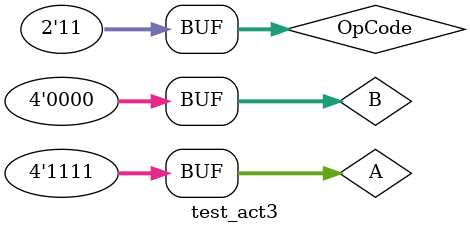
<source format=sv>
`timescale 1ns / 1ps


module test_act3;

    // Parámetros del testbench


    // Señales de entrada del DUT
    logic [3:0] A;
    logic [3:0] B;
    logic [1:0] OpCode;

    // Señales de salida del DUT
    logic [4:0] Flags;
    logic [3:0] Result;

    // Clock del testbench


    // Instancia del DUT
    S4_actividad3 #(.M(4)) dut (
        .A(A),
        .B(B),
        .OpCode(OpCode),
        .Flags(Flags),
        .Result(Result)
    );

    // Proceso que genera las señales de entrada

    // Proceso que cambia el clock

    // Proceso que imprime los resultados





      initial begin
      
        A = 4'b1111;
        B = 4'b0001;

        OpCode = 2'b00;
        #10 OpCode = 2'b01;
        #10 OpCode = 2'b10;
        #10 OpCode = 2'b11;

        #10  A = 4'b1111;
             B = 4'b0000;

        OpCode = 2'b00;
        #10 OpCode = 2'b01;
        #10 OpCode = 2'b10;
        #10 OpCode = 2'b11;

       // #10  A = 8'b10100;
       //      B = 8'b11001;

       // OpCode = 2'b00;
       // #10 OpCode = 2'b01;
       // #10 OpCode = 2'b10;
       // #10 OpCode = 2'b11;
      end 




endmodule

</source>
